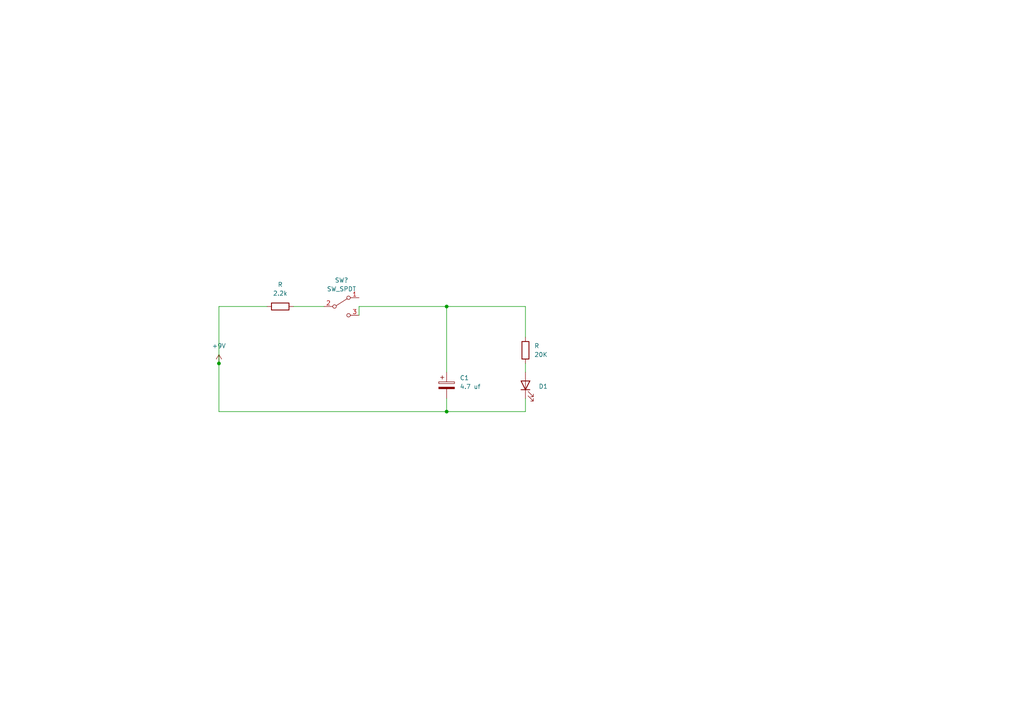
<source format=kicad_sch>
(kicad_sch (version 20211123) (generator eeschema)

  (uuid 52ae3bb6-ae57-43b9-89ed-b6395d9764d1)

  (paper "A4")

  (lib_symbols
    (symbol "Device:C_Polarized" (pin_numbers hide) (pin_names (offset 0.254)) (in_bom yes) (on_board yes)
      (property "Reference" "C" (id 0) (at 0.635 2.54 0)
        (effects (font (size 1.27 1.27)) (justify left))
      )
      (property "Value" "C_Polarized" (id 1) (at 0.635 -2.54 0)
        (effects (font (size 1.27 1.27)) (justify left))
      )
      (property "Footprint" "" (id 2) (at 0.9652 -3.81 0)
        (effects (font (size 1.27 1.27)) hide)
      )
      (property "Datasheet" "~" (id 3) (at 0 0 0)
        (effects (font (size 1.27 1.27)) hide)
      )
      (property "ki_keywords" "cap capacitor" (id 4) (at 0 0 0)
        (effects (font (size 1.27 1.27)) hide)
      )
      (property "ki_description" "Polarized capacitor" (id 5) (at 0 0 0)
        (effects (font (size 1.27 1.27)) hide)
      )
      (property "ki_fp_filters" "CP_*" (id 6) (at 0 0 0)
        (effects (font (size 1.27 1.27)) hide)
      )
      (symbol "C_Polarized_0_1"
        (rectangle (start -2.286 0.508) (end 2.286 1.016)
          (stroke (width 0) (type default) (color 0 0 0 0))
          (fill (type none))
        )
        (polyline
          (pts
            (xy -1.778 2.286)
            (xy -0.762 2.286)
          )
          (stroke (width 0) (type default) (color 0 0 0 0))
          (fill (type none))
        )
        (polyline
          (pts
            (xy -1.27 2.794)
            (xy -1.27 1.778)
          )
          (stroke (width 0) (type default) (color 0 0 0 0))
          (fill (type none))
        )
        (rectangle (start 2.286 -0.508) (end -2.286 -1.016)
          (stroke (width 0) (type default) (color 0 0 0 0))
          (fill (type outline))
        )
      )
      (symbol "C_Polarized_1_1"
        (pin passive line (at 0 3.81 270) (length 2.794)
          (name "~" (effects (font (size 1.27 1.27))))
          (number "1" (effects (font (size 1.27 1.27))))
        )
        (pin passive line (at 0 -3.81 90) (length 2.794)
          (name "~" (effects (font (size 1.27 1.27))))
          (number "2" (effects (font (size 1.27 1.27))))
        )
      )
    )
    (symbol "Device:LED" (pin_numbers hide) (pin_names (offset 1.016) hide) (in_bom yes) (on_board yes)
      (property "Reference" "D" (id 0) (at 0 2.54 0)
        (effects (font (size 1.27 1.27)))
      )
      (property "Value" "LED" (id 1) (at 0 -2.54 0)
        (effects (font (size 1.27 1.27)))
      )
      (property "Footprint" "" (id 2) (at 0 0 0)
        (effects (font (size 1.27 1.27)) hide)
      )
      (property "Datasheet" "~" (id 3) (at 0 0 0)
        (effects (font (size 1.27 1.27)) hide)
      )
      (property "ki_keywords" "LED diode" (id 4) (at 0 0 0)
        (effects (font (size 1.27 1.27)) hide)
      )
      (property "ki_description" "Light emitting diode" (id 5) (at 0 0 0)
        (effects (font (size 1.27 1.27)) hide)
      )
      (property "ki_fp_filters" "LED* LED_SMD:* LED_THT:*" (id 6) (at 0 0 0)
        (effects (font (size 1.27 1.27)) hide)
      )
      (symbol "LED_0_1"
        (polyline
          (pts
            (xy -1.27 -1.27)
            (xy -1.27 1.27)
          )
          (stroke (width 0.254) (type default) (color 0 0 0 0))
          (fill (type none))
        )
        (polyline
          (pts
            (xy -1.27 0)
            (xy 1.27 0)
          )
          (stroke (width 0) (type default) (color 0 0 0 0))
          (fill (type none))
        )
        (polyline
          (pts
            (xy 1.27 -1.27)
            (xy 1.27 1.27)
            (xy -1.27 0)
            (xy 1.27 -1.27)
          )
          (stroke (width 0.254) (type default) (color 0 0 0 0))
          (fill (type none))
        )
        (polyline
          (pts
            (xy -3.048 -0.762)
            (xy -4.572 -2.286)
            (xy -3.81 -2.286)
            (xy -4.572 -2.286)
            (xy -4.572 -1.524)
          )
          (stroke (width 0) (type default) (color 0 0 0 0))
          (fill (type none))
        )
        (polyline
          (pts
            (xy -1.778 -0.762)
            (xy -3.302 -2.286)
            (xy -2.54 -2.286)
            (xy -3.302 -2.286)
            (xy -3.302 -1.524)
          )
          (stroke (width 0) (type default) (color 0 0 0 0))
          (fill (type none))
        )
      )
      (symbol "LED_1_1"
        (pin passive line (at -3.81 0 0) (length 2.54)
          (name "K" (effects (font (size 1.27 1.27))))
          (number "1" (effects (font (size 1.27 1.27))))
        )
        (pin passive line (at 3.81 0 180) (length 2.54)
          (name "A" (effects (font (size 1.27 1.27))))
          (number "2" (effects (font (size 1.27 1.27))))
        )
      )
    )
    (symbol "Device:R" (pin_numbers hide) (pin_names (offset 0)) (in_bom yes) (on_board yes)
      (property "Reference" "R" (id 0) (at 2.032 0 90)
        (effects (font (size 1.27 1.27)))
      )
      (property "Value" "R" (id 1) (at 0 0 90)
        (effects (font (size 1.27 1.27)))
      )
      (property "Footprint" "" (id 2) (at -1.778 0 90)
        (effects (font (size 1.27 1.27)) hide)
      )
      (property "Datasheet" "~" (id 3) (at 0 0 0)
        (effects (font (size 1.27 1.27)) hide)
      )
      (property "ki_keywords" "R res resistor" (id 4) (at 0 0 0)
        (effects (font (size 1.27 1.27)) hide)
      )
      (property "ki_description" "Resistor" (id 5) (at 0 0 0)
        (effects (font (size 1.27 1.27)) hide)
      )
      (property "ki_fp_filters" "R_*" (id 6) (at 0 0 0)
        (effects (font (size 1.27 1.27)) hide)
      )
      (symbol "R_0_1"
        (rectangle (start -1.016 -2.54) (end 1.016 2.54)
          (stroke (width 0.254) (type default) (color 0 0 0 0))
          (fill (type none))
        )
      )
      (symbol "R_1_1"
        (pin passive line (at 0 3.81 270) (length 1.27)
          (name "~" (effects (font (size 1.27 1.27))))
          (number "1" (effects (font (size 1.27 1.27))))
        )
        (pin passive line (at 0 -3.81 90) (length 1.27)
          (name "~" (effects (font (size 1.27 1.27))))
          (number "2" (effects (font (size 1.27 1.27))))
        )
      )
    )
    (symbol "Switch:SW_SPDT" (pin_names (offset 0) hide) (in_bom yes) (on_board yes)
      (property "Reference" "SW" (id 0) (at 0 4.318 0)
        (effects (font (size 1.27 1.27)))
      )
      (property "Value" "SW_SPDT" (id 1) (at 0 -5.08 0)
        (effects (font (size 1.27 1.27)))
      )
      (property "Footprint" "" (id 2) (at 0 0 0)
        (effects (font (size 1.27 1.27)) hide)
      )
      (property "Datasheet" "~" (id 3) (at 0 0 0)
        (effects (font (size 1.27 1.27)) hide)
      )
      (property "ki_keywords" "switch single-pole double-throw spdt ON-ON" (id 4) (at 0 0 0)
        (effects (font (size 1.27 1.27)) hide)
      )
      (property "ki_description" "Switch, single pole double throw" (id 5) (at 0 0 0)
        (effects (font (size 1.27 1.27)) hide)
      )
      (symbol "SW_SPDT_0_0"
        (circle (center -2.032 0) (radius 0.508)
          (stroke (width 0) (type default) (color 0 0 0 0))
          (fill (type none))
        )
        (circle (center 2.032 -2.54) (radius 0.508)
          (stroke (width 0) (type default) (color 0 0 0 0))
          (fill (type none))
        )
      )
      (symbol "SW_SPDT_0_1"
        (polyline
          (pts
            (xy -1.524 0.254)
            (xy 1.651 2.286)
          )
          (stroke (width 0) (type default) (color 0 0 0 0))
          (fill (type none))
        )
        (circle (center 2.032 2.54) (radius 0.508)
          (stroke (width 0) (type default) (color 0 0 0 0))
          (fill (type none))
        )
      )
      (symbol "SW_SPDT_1_1"
        (pin passive line (at 5.08 2.54 180) (length 2.54)
          (name "A" (effects (font (size 1.27 1.27))))
          (number "1" (effects (font (size 1.27 1.27))))
        )
        (pin passive line (at -5.08 0 0) (length 2.54)
          (name "B" (effects (font (size 1.27 1.27))))
          (number "2" (effects (font (size 1.27 1.27))))
        )
        (pin passive line (at 5.08 -2.54 180) (length 2.54)
          (name "C" (effects (font (size 1.27 1.27))))
          (number "3" (effects (font (size 1.27 1.27))))
        )
      )
    )
    (symbol "power:+9V" (power) (pin_names (offset 0)) (in_bom yes) (on_board yes)
      (property "Reference" "#PWR" (id 0) (at 0 -3.81 0)
        (effects (font (size 1.27 1.27)) hide)
      )
      (property "Value" "+9V" (id 1) (at 0 3.556 0)
        (effects (font (size 1.27 1.27)))
      )
      (property "Footprint" "" (id 2) (at 0 0 0)
        (effects (font (size 1.27 1.27)) hide)
      )
      (property "Datasheet" "" (id 3) (at 0 0 0)
        (effects (font (size 1.27 1.27)) hide)
      )
      (property "ki_keywords" "global power" (id 4) (at 0 0 0)
        (effects (font (size 1.27 1.27)) hide)
      )
      (property "ki_description" "Power symbol creates a global label with name \"+9V\"" (id 5) (at 0 0 0)
        (effects (font (size 1.27 1.27)) hide)
      )
      (symbol "+9V_0_1"
        (polyline
          (pts
            (xy -0.762 1.27)
            (xy 0 2.54)
          )
          (stroke (width 0) (type default) (color 0 0 0 0))
          (fill (type none))
        )
        (polyline
          (pts
            (xy 0 0)
            (xy 0 2.54)
          )
          (stroke (width 0) (type default) (color 0 0 0 0))
          (fill (type none))
        )
        (polyline
          (pts
            (xy 0 2.54)
            (xy 0.762 1.27)
          )
          (stroke (width 0) (type default) (color 0 0 0 0))
          (fill (type none))
        )
      )
      (symbol "+9V_1_1"
        (pin power_in line (at 0 0 90) (length 0) hide
          (name "+9V" (effects (font (size 1.27 1.27))))
          (number "1" (effects (font (size 1.27 1.27))))
        )
      )
    )
  )

  (junction (at 129.54 119.38) (diameter 0) (color 0 0 0 0)
    (uuid 805a1ff5-722f-4e5e-8548-2b93841e12df)
  )
  (junction (at 129.54 88.9) (diameter 0) (color 0 0 0 0)
    (uuid 991dee1e-7a27-46d9-b3d8-5a6d07d8423a)
  )
  (junction (at 63.5 105.41) (diameter 0) (color 0 0 0 0)
    (uuid f8b7e131-5722-4632-a51b-235e5c724e74)
  )

  (wire (pts (xy 129.54 88.9) (xy 129.54 107.95))
    (stroke (width 0) (type default) (color 0 0 0 0))
    (uuid 04a8929a-7c73-4de3-8c7f-a463a22c4ba6)
  )
  (wire (pts (xy 63.5 88.9) (xy 63.5 105.41))
    (stroke (width 0) (type default) (color 0 0 0 0))
    (uuid 09427af4-4234-4be6-b475-75301f5a67a0)
  )
  (wire (pts (xy 129.54 88.9) (xy 152.4 88.9))
    (stroke (width 0) (type default) (color 0 0 0 0))
    (uuid 17c43b46-d63e-48b0-bea0-3f94e12425bb)
  )
  (wire (pts (xy 104.14 88.9) (xy 104.14 91.44))
    (stroke (width 0) (type default) (color 0 0 0 0))
    (uuid 50edcedf-599e-44a5-b5f6-4f636e8db5f5)
  )
  (wire (pts (xy 152.4 119.38) (xy 129.54 119.38))
    (stroke (width 0) (type default) (color 0 0 0 0))
    (uuid 56f0dfcd-82d6-43c0-9535-a69f2ba5d8a3)
  )
  (wire (pts (xy 129.54 115.57) (xy 129.54 119.38))
    (stroke (width 0) (type default) (color 0 0 0 0))
    (uuid 5abc02d7-c259-42b8-9da9-1fb6b91fdec8)
  )
  (wire (pts (xy 63.5 119.38) (xy 129.54 119.38))
    (stroke (width 0) (type default) (color 0 0 0 0))
    (uuid 860c33e0-a4d5-4d15-90de-f67e44eea62d)
  )
  (wire (pts (xy 63.5 105.41) (xy 63.5 119.38))
    (stroke (width 0) (type default) (color 0 0 0 0))
    (uuid 93f8177b-eef1-4bc1-8370-ccb639360e80)
  )
  (wire (pts (xy 152.4 105.41) (xy 152.4 107.95))
    (stroke (width 0) (type default) (color 0 0 0 0))
    (uuid 96384369-3da5-44f4-9fda-8088764d7264)
  )
  (wire (pts (xy 104.14 88.9) (xy 129.54 88.9))
    (stroke (width 0) (type default) (color 0 0 0 0))
    (uuid a5fc1781-3fa1-452f-a443-b0aa551839db)
  )
  (wire (pts (xy 152.4 88.9) (xy 152.4 97.79))
    (stroke (width 0) (type default) (color 0 0 0 0))
    (uuid ab52f9cd-8cfd-46c1-b44b-9d854511d0ba)
  )
  (wire (pts (xy 85.09 88.9) (xy 93.98 88.9))
    (stroke (width 0) (type default) (color 0 0 0 0))
    (uuid bb970833-aa62-4e69-ab5c-3f3646d5aeb0)
  )
  (wire (pts (xy 152.4 115.57) (xy 152.4 119.38))
    (stroke (width 0) (type default) (color 0 0 0 0))
    (uuid e21fecd3-25f2-44ac-8ed2-9e690db7b4fa)
  )
  (wire (pts (xy 63.5 88.9) (xy 77.47 88.9))
    (stroke (width 0) (type default) (color 0 0 0 0))
    (uuid e65cc608-d9cb-4da6-b6d4-e9792c0ed85f)
  )

  (symbol (lib_id "Device:R") (at 81.28 88.9 90) (unit 1)
    (in_bom yes) (on_board yes) (fields_autoplaced)
    (uuid 0d1fd0fb-583d-4cfe-a12c-ee858b4aaa74)
    (property "Reference" "R" (id 0) (at 81.28 82.55 90))
    (property "Value" "2.2k" (id 1) (at 81.28 85.09 90))
    (property "Footprint" "" (id 2) (at 81.28 90.678 90)
      (effects (font (size 1.27 1.27)) hide)
    )
    (property "Datasheet" "~" (id 3) (at 81.28 88.9 0)
      (effects (font (size 1.27 1.27)) hide)
    )
    (pin "1" (uuid dc993487-1994-4886-a809-3c665eb2134d))
    (pin "2" (uuid da4b1daa-31e5-4bd9-9bff-c1e47d72fe96))
  )

  (symbol (lib_id "power:+9V") (at 63.5 105.41 0) (unit 1)
    (in_bom yes) (on_board yes) (fields_autoplaced)
    (uuid 437e95f4-fd4b-47cf-b164-5d9ad2bba3fa)
    (property "Reference" "#PWR?" (id 0) (at 63.5 109.22 0)
      (effects (font (size 1.27 1.27)) hide)
    )
    (property "Value" "+9V" (id 1) (at 63.5 100.33 0))
    (property "Footprint" "" (id 2) (at 63.5 105.41 0)
      (effects (font (size 1.27 1.27)) hide)
    )
    (property "Datasheet" "" (id 3) (at 63.5 105.41 0)
      (effects (font (size 1.27 1.27)) hide)
    )
    (pin "1" (uuid e808f260-6d44-4740-be5d-397f34d6f60c))
  )

  (symbol (lib_id "Device:LED") (at 152.4 111.76 90) (unit 1)
    (in_bom yes) (on_board yes) (fields_autoplaced)
    (uuid 9a408842-69b0-4d1e-8e83-337986115455)
    (property "Reference" "D1" (id 0) (at 156.21 112.0774 90)
      (effects (font (size 1.27 1.27)) (justify right))
    )
    (property "Value" "LED" (id 1) (at 156.21 114.6174 90)
      (effects (font (size 1.27 1.27)) (justify right) hide)
    )
    (property "Footprint" "" (id 2) (at 152.4 111.76 0)
      (effects (font (size 1.27 1.27)) hide)
    )
    (property "Datasheet" "~" (id 3) (at 152.4 111.76 0)
      (effects (font (size 1.27 1.27)) hide)
    )
    (pin "1" (uuid a035fd62-e33d-4070-8977-70c206612ac7))
    (pin "2" (uuid 25d2d48d-7b50-4957-87ef-38b430a3121d))
  )

  (symbol (lib_id "Switch:SW_SPDT") (at 99.06 88.9 0) (unit 1)
    (in_bom yes) (on_board yes) (fields_autoplaced)
    (uuid a6e8897e-1ce4-43f9-96ee-08e1e89b9f12)
    (property "Reference" "SW?" (id 0) (at 99.06 81.28 0))
    (property "Value" "SW_SPDT" (id 1) (at 99.06 83.82 0))
    (property "Footprint" "" (id 2) (at 99.06 88.9 0)
      (effects (font (size 1.27 1.27)) hide)
    )
    (property "Datasheet" "~" (id 3) (at 99.06 88.9 0)
      (effects (font (size 1.27 1.27)) hide)
    )
    (pin "1" (uuid d270d52b-6871-4da2-bc42-b973aa74a7a0))
    (pin "2" (uuid c73bd984-67b1-4b30-a792-b599507e84bb))
    (pin "3" (uuid ccad58f7-5f11-4235-8019-3a283942b470))
  )

  (symbol (lib_id "Device:R") (at 152.4 101.6 0) (unit 1)
    (in_bom yes) (on_board yes) (fields_autoplaced)
    (uuid f0cf10f2-e301-4759-94b8-77a9bed88759)
    (property "Reference" "R" (id 0) (at 154.94 100.3299 0)
      (effects (font (size 1.27 1.27)) (justify left))
    )
    (property "Value" "20K" (id 1) (at 154.94 102.8699 0)
      (effects (font (size 1.27 1.27)) (justify left))
    )
    (property "Footprint" "" (id 2) (at 150.622 101.6 90)
      (effects (font (size 1.27 1.27)) hide)
    )
    (property "Datasheet" "~" (id 3) (at 152.4 101.6 0)
      (effects (font (size 1.27 1.27)) hide)
    )
    (pin "1" (uuid 038fa710-0aca-4657-ba5e-0d564c0ecdcb))
    (pin "2" (uuid d4e3ce73-bc01-4fdb-ba1b-cc9a920cd1a8))
  )

  (symbol (lib_id "Device:C_Polarized") (at 129.54 111.76 0) (unit 1)
    (in_bom yes) (on_board yes) (fields_autoplaced)
    (uuid f17832cf-d1cb-4029-b1bb-4092d95807cd)
    (property "Reference" "C1" (id 0) (at 133.35 109.6009 0)
      (effects (font (size 1.27 1.27)) (justify left))
    )
    (property "Value" "4.7 uf" (id 1) (at 133.35 112.1409 0)
      (effects (font (size 1.27 1.27)) (justify left))
    )
    (property "Footprint" "" (id 2) (at 130.5052 115.57 0)
      (effects (font (size 1.27 1.27)) hide)
    )
    (property "Datasheet" "~" (id 3) (at 129.54 111.76 0)
      (effects (font (size 1.27 1.27)) hide)
    )
    (pin "1" (uuid fa685380-87c9-4c59-9074-0c73751fd26f))
    (pin "2" (uuid d728053f-6a39-4cb4-b105-8fab900ec2bf))
  )

  (sheet_instances
    (path "/" (page "1"))
  )

  (symbol_instances
    (path "/437e95f4-fd4b-47cf-b164-5d9ad2bba3fa"
      (reference "#PWR?") (unit 1) (value "+9V") (footprint "")
    )
    (path "/f17832cf-d1cb-4029-b1bb-4092d95807cd"
      (reference "C1") (unit 1) (value "4.7 uf") (footprint "")
    )
    (path "/9a408842-69b0-4d1e-8e83-337986115455"
      (reference "D1") (unit 1) (value "LED") (footprint "")
    )
    (path "/0d1fd0fb-583d-4cfe-a12c-ee858b4aaa74"
      (reference "R") (unit 1) (value "2.2k") (footprint "")
    )
    (path "/f0cf10f2-e301-4759-94b8-77a9bed88759"
      (reference "R") (unit 1) (value "20K") (footprint "")
    )
    (path "/a6e8897e-1ce4-43f9-96ee-08e1e89b9f12"
      (reference "SW?") (unit 1) (value "SW_SPDT") (footprint "")
    )
  )
)

</source>
